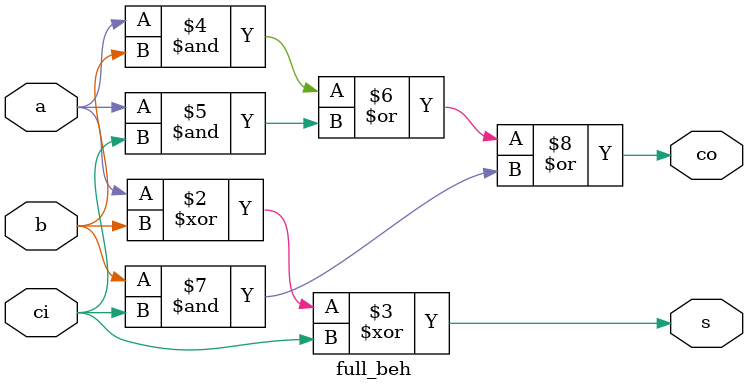
<source format=v>
module full_beh(
    input a ,
    input b ,
    input ci , 
    output reg s , 
    output reg co 
);

always @(*) begin
    s = a^b^ci;
    co = (a&b) | (a&ci) | (b&ci);
end
endmodule
</source>
